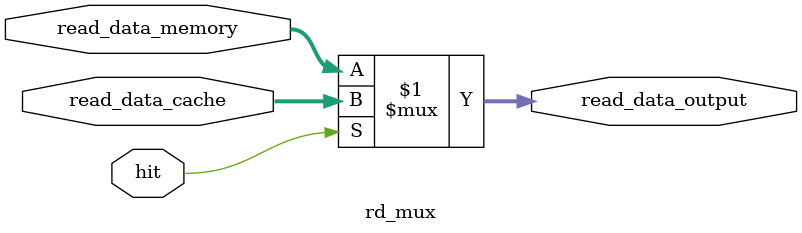
<source format=sv>
module rd_mux #(
    parameter DATA_WIDTH = 32
)(
    input logic [DATA_WIDTH-1:0]        read_data_memory,
    input logic [DATA_WIDTH-1:0]        read_data_cache,
    input logic                         hit,
    output logic [DATA_WIDTH-1:0]       read_data_output
);

    assign read_data_output = hit ? read_data_cache : read_data_memory;

endmodule

</source>
